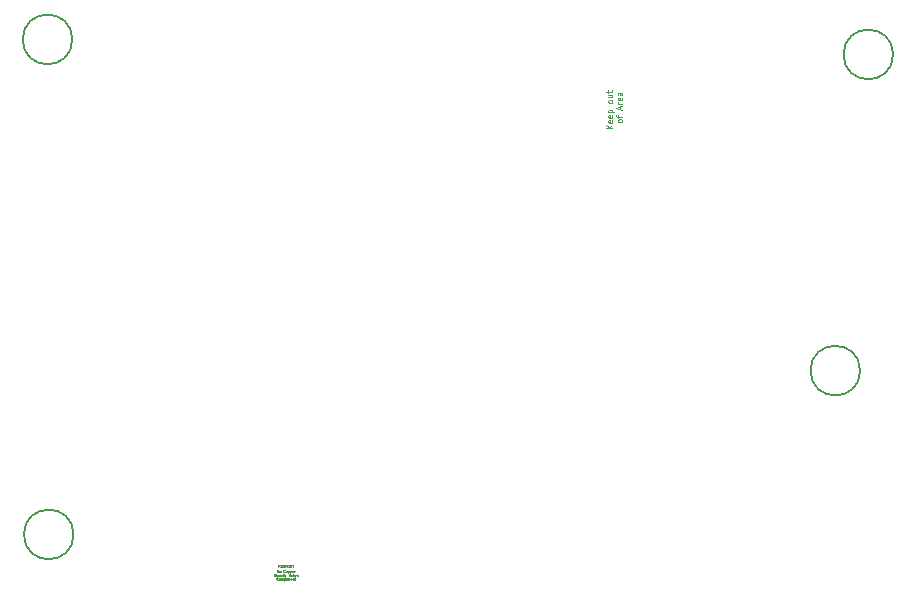
<source format=gbr>
%TF.GenerationSoftware,KiCad,Pcbnew,8.0.5*%
%TF.CreationDate,2024-11-03T18:03:46-05:00*%
%TF.ProjectId,emerald_pcb,656d6572-616c-4645-9f70-63622e6b6963,rev?*%
%TF.SameCoordinates,Original*%
%TF.FileFunction,Other,Comment*%
%FSLAX46Y46*%
G04 Gerber Fmt 4.6, Leading zero omitted, Abs format (unit mm)*
G04 Created by KiCad (PCBNEW 8.0.5) date 2024-11-03 18:03:46*
%MOMM*%
%LPD*%
G01*
G04 APERTURE LIST*
%ADD10C,0.040000*%
%ADD11C,0.050000*%
%ADD12C,0.150000*%
G04 APERTURE END LIST*
D10*
X56940533Y-83831796D02*
X56931009Y-83841320D01*
X56931009Y-83841320D02*
X56902438Y-83850843D01*
X56902438Y-83850843D02*
X56883390Y-83850843D01*
X56883390Y-83850843D02*
X56854819Y-83841320D01*
X56854819Y-83841320D02*
X56835771Y-83822272D01*
X56835771Y-83822272D02*
X56826248Y-83803224D01*
X56826248Y-83803224D02*
X56816724Y-83765129D01*
X56816724Y-83765129D02*
X56816724Y-83736558D01*
X56816724Y-83736558D02*
X56826248Y-83698462D01*
X56826248Y-83698462D02*
X56835771Y-83679415D01*
X56835771Y-83679415D02*
X56854819Y-83660367D01*
X56854819Y-83660367D02*
X56883390Y-83650843D01*
X56883390Y-83650843D02*
X56902438Y-83650843D01*
X56902438Y-83650843D02*
X56931009Y-83660367D01*
X56931009Y-83660367D02*
X56940533Y-83669891D01*
X57054819Y-83850843D02*
X57035771Y-83841320D01*
X57035771Y-83841320D02*
X57026248Y-83831796D01*
X57026248Y-83831796D02*
X57016724Y-83812748D01*
X57016724Y-83812748D02*
X57016724Y-83755605D01*
X57016724Y-83755605D02*
X57026248Y-83736558D01*
X57026248Y-83736558D02*
X57035771Y-83727034D01*
X57035771Y-83727034D02*
X57054819Y-83717510D01*
X57054819Y-83717510D02*
X57083390Y-83717510D01*
X57083390Y-83717510D02*
X57102438Y-83727034D01*
X57102438Y-83727034D02*
X57111962Y-83736558D01*
X57111962Y-83736558D02*
X57121486Y-83755605D01*
X57121486Y-83755605D02*
X57121486Y-83812748D01*
X57121486Y-83812748D02*
X57111962Y-83831796D01*
X57111962Y-83831796D02*
X57102438Y-83841320D01*
X57102438Y-83841320D02*
X57083390Y-83850843D01*
X57083390Y-83850843D02*
X57054819Y-83850843D01*
X57207200Y-83850843D02*
X57207200Y-83717510D01*
X57207200Y-83736558D02*
X57216723Y-83727034D01*
X57216723Y-83727034D02*
X57235771Y-83717510D01*
X57235771Y-83717510D02*
X57264342Y-83717510D01*
X57264342Y-83717510D02*
X57283390Y-83727034D01*
X57283390Y-83727034D02*
X57292914Y-83746081D01*
X57292914Y-83746081D02*
X57292914Y-83850843D01*
X57292914Y-83746081D02*
X57302438Y-83727034D01*
X57302438Y-83727034D02*
X57321485Y-83717510D01*
X57321485Y-83717510D02*
X57350057Y-83717510D01*
X57350057Y-83717510D02*
X57369104Y-83727034D01*
X57369104Y-83727034D02*
X57378628Y-83746081D01*
X57378628Y-83746081D02*
X57378628Y-83850843D01*
X57473867Y-83717510D02*
X57473867Y-83917510D01*
X57473867Y-83727034D02*
X57492914Y-83717510D01*
X57492914Y-83717510D02*
X57531009Y-83717510D01*
X57531009Y-83717510D02*
X57550057Y-83727034D01*
X57550057Y-83727034D02*
X57559581Y-83736558D01*
X57559581Y-83736558D02*
X57569105Y-83755605D01*
X57569105Y-83755605D02*
X57569105Y-83812748D01*
X57569105Y-83812748D02*
X57559581Y-83831796D01*
X57559581Y-83831796D02*
X57550057Y-83841320D01*
X57550057Y-83841320D02*
X57531009Y-83850843D01*
X57531009Y-83850843D02*
X57492914Y-83850843D01*
X57492914Y-83850843D02*
X57473867Y-83841320D01*
X57683390Y-83850843D02*
X57664342Y-83841320D01*
X57664342Y-83841320D02*
X57654819Y-83831796D01*
X57654819Y-83831796D02*
X57645295Y-83812748D01*
X57645295Y-83812748D02*
X57645295Y-83755605D01*
X57645295Y-83755605D02*
X57654819Y-83736558D01*
X57654819Y-83736558D02*
X57664342Y-83727034D01*
X57664342Y-83727034D02*
X57683390Y-83717510D01*
X57683390Y-83717510D02*
X57711961Y-83717510D01*
X57711961Y-83717510D02*
X57731009Y-83727034D01*
X57731009Y-83727034D02*
X57740533Y-83736558D01*
X57740533Y-83736558D02*
X57750057Y-83755605D01*
X57750057Y-83755605D02*
X57750057Y-83812748D01*
X57750057Y-83812748D02*
X57740533Y-83831796D01*
X57740533Y-83831796D02*
X57731009Y-83841320D01*
X57731009Y-83841320D02*
X57711961Y-83850843D01*
X57711961Y-83850843D02*
X57683390Y-83850843D01*
X57835771Y-83717510D02*
X57835771Y-83850843D01*
X57835771Y-83736558D02*
X57845294Y-83727034D01*
X57845294Y-83727034D02*
X57864342Y-83717510D01*
X57864342Y-83717510D02*
X57892913Y-83717510D01*
X57892913Y-83717510D02*
X57911961Y-83727034D01*
X57911961Y-83727034D02*
X57921485Y-83746081D01*
X57921485Y-83746081D02*
X57921485Y-83850843D01*
X58092913Y-83841320D02*
X58073865Y-83850843D01*
X58073865Y-83850843D02*
X58035770Y-83850843D01*
X58035770Y-83850843D02*
X58016723Y-83841320D01*
X58016723Y-83841320D02*
X58007199Y-83822272D01*
X58007199Y-83822272D02*
X58007199Y-83746081D01*
X58007199Y-83746081D02*
X58016723Y-83727034D01*
X58016723Y-83727034D02*
X58035770Y-83717510D01*
X58035770Y-83717510D02*
X58073865Y-83717510D01*
X58073865Y-83717510D02*
X58092913Y-83727034D01*
X58092913Y-83727034D02*
X58102437Y-83746081D01*
X58102437Y-83746081D02*
X58102437Y-83765129D01*
X58102437Y-83765129D02*
X58007199Y-83784177D01*
X58188152Y-83717510D02*
X58188152Y-83850843D01*
X58188152Y-83736558D02*
X58197675Y-83727034D01*
X58197675Y-83727034D02*
X58216723Y-83717510D01*
X58216723Y-83717510D02*
X58245294Y-83717510D01*
X58245294Y-83717510D02*
X58264342Y-83727034D01*
X58264342Y-83727034D02*
X58273866Y-83746081D01*
X58273866Y-83746081D02*
X58273866Y-83850843D01*
X58340532Y-83717510D02*
X58416723Y-83717510D01*
X58369104Y-83650843D02*
X58369104Y-83822272D01*
X58369104Y-83822272D02*
X58378627Y-83841320D01*
X58378627Y-83841320D02*
X58397675Y-83850843D01*
X58397675Y-83850843D02*
X58416723Y-83850843D01*
X56864343Y-83200843D02*
X56864343Y-83000843D01*
X56864343Y-83000843D02*
X56978628Y-83200843D01*
X56978628Y-83200843D02*
X56978628Y-83000843D01*
X57102438Y-83200843D02*
X57083390Y-83191320D01*
X57083390Y-83191320D02*
X57073867Y-83181796D01*
X57073867Y-83181796D02*
X57064343Y-83162748D01*
X57064343Y-83162748D02*
X57064343Y-83105605D01*
X57064343Y-83105605D02*
X57073867Y-83086558D01*
X57073867Y-83086558D02*
X57083390Y-83077034D01*
X57083390Y-83077034D02*
X57102438Y-83067510D01*
X57102438Y-83067510D02*
X57131009Y-83067510D01*
X57131009Y-83067510D02*
X57150057Y-83077034D01*
X57150057Y-83077034D02*
X57159581Y-83086558D01*
X57159581Y-83086558D02*
X57169105Y-83105605D01*
X57169105Y-83105605D02*
X57169105Y-83162748D01*
X57169105Y-83162748D02*
X57159581Y-83181796D01*
X57159581Y-83181796D02*
X57150057Y-83191320D01*
X57150057Y-83191320D02*
X57131009Y-83200843D01*
X57131009Y-83200843D02*
X57102438Y-83200843D01*
X57521485Y-83181796D02*
X57511961Y-83191320D01*
X57511961Y-83191320D02*
X57483390Y-83200843D01*
X57483390Y-83200843D02*
X57464342Y-83200843D01*
X57464342Y-83200843D02*
X57435771Y-83191320D01*
X57435771Y-83191320D02*
X57416723Y-83172272D01*
X57416723Y-83172272D02*
X57407200Y-83153224D01*
X57407200Y-83153224D02*
X57397676Y-83115129D01*
X57397676Y-83115129D02*
X57397676Y-83086558D01*
X57397676Y-83086558D02*
X57407200Y-83048462D01*
X57407200Y-83048462D02*
X57416723Y-83029415D01*
X57416723Y-83029415D02*
X57435771Y-83010367D01*
X57435771Y-83010367D02*
X57464342Y-83000843D01*
X57464342Y-83000843D02*
X57483390Y-83000843D01*
X57483390Y-83000843D02*
X57511961Y-83010367D01*
X57511961Y-83010367D02*
X57521485Y-83019891D01*
X57635771Y-83200843D02*
X57616723Y-83191320D01*
X57616723Y-83191320D02*
X57607200Y-83181796D01*
X57607200Y-83181796D02*
X57597676Y-83162748D01*
X57597676Y-83162748D02*
X57597676Y-83105605D01*
X57597676Y-83105605D02*
X57607200Y-83086558D01*
X57607200Y-83086558D02*
X57616723Y-83077034D01*
X57616723Y-83077034D02*
X57635771Y-83067510D01*
X57635771Y-83067510D02*
X57664342Y-83067510D01*
X57664342Y-83067510D02*
X57683390Y-83077034D01*
X57683390Y-83077034D02*
X57692914Y-83086558D01*
X57692914Y-83086558D02*
X57702438Y-83105605D01*
X57702438Y-83105605D02*
X57702438Y-83162748D01*
X57702438Y-83162748D02*
X57692914Y-83181796D01*
X57692914Y-83181796D02*
X57683390Y-83191320D01*
X57683390Y-83191320D02*
X57664342Y-83200843D01*
X57664342Y-83200843D02*
X57635771Y-83200843D01*
X57788152Y-83067510D02*
X57788152Y-83267510D01*
X57788152Y-83077034D02*
X57807199Y-83067510D01*
X57807199Y-83067510D02*
X57845294Y-83067510D01*
X57845294Y-83067510D02*
X57864342Y-83077034D01*
X57864342Y-83077034D02*
X57873866Y-83086558D01*
X57873866Y-83086558D02*
X57883390Y-83105605D01*
X57883390Y-83105605D02*
X57883390Y-83162748D01*
X57883390Y-83162748D02*
X57873866Y-83181796D01*
X57873866Y-83181796D02*
X57864342Y-83191320D01*
X57864342Y-83191320D02*
X57845294Y-83200843D01*
X57845294Y-83200843D02*
X57807199Y-83200843D01*
X57807199Y-83200843D02*
X57788152Y-83191320D01*
X57969104Y-83067510D02*
X57969104Y-83267510D01*
X57969104Y-83077034D02*
X57988151Y-83067510D01*
X57988151Y-83067510D02*
X58026246Y-83067510D01*
X58026246Y-83067510D02*
X58045294Y-83077034D01*
X58045294Y-83077034D02*
X58054818Y-83086558D01*
X58054818Y-83086558D02*
X58064342Y-83105605D01*
X58064342Y-83105605D02*
X58064342Y-83162748D01*
X58064342Y-83162748D02*
X58054818Y-83181796D01*
X58054818Y-83181796D02*
X58045294Y-83191320D01*
X58045294Y-83191320D02*
X58026246Y-83200843D01*
X58026246Y-83200843D02*
X57988151Y-83200843D01*
X57988151Y-83200843D02*
X57969104Y-83191320D01*
X58226246Y-83191320D02*
X58207198Y-83200843D01*
X58207198Y-83200843D02*
X58169103Y-83200843D01*
X58169103Y-83200843D02*
X58150056Y-83191320D01*
X58150056Y-83191320D02*
X58140532Y-83172272D01*
X58140532Y-83172272D02*
X58140532Y-83096081D01*
X58140532Y-83096081D02*
X58150056Y-83077034D01*
X58150056Y-83077034D02*
X58169103Y-83067510D01*
X58169103Y-83067510D02*
X58207198Y-83067510D01*
X58207198Y-83067510D02*
X58226246Y-83077034D01*
X58226246Y-83077034D02*
X58235770Y-83096081D01*
X58235770Y-83096081D02*
X58235770Y-83115129D01*
X58235770Y-83115129D02*
X58140532Y-83134177D01*
X58321485Y-83200843D02*
X58321485Y-83067510D01*
X58321485Y-83105605D02*
X58331008Y-83086558D01*
X58331008Y-83086558D02*
X58340532Y-83077034D01*
X58340532Y-83077034D02*
X58359580Y-83067510D01*
X58359580Y-83067510D02*
X58378627Y-83067510D01*
X56988153Y-82800843D02*
X56988153Y-82600843D01*
X57102438Y-82800843D02*
X57016724Y-82686558D01*
X57102438Y-82600843D02*
X56988153Y-82715129D01*
X57188153Y-82696081D02*
X57254819Y-82696081D01*
X57283391Y-82800843D02*
X57188153Y-82800843D01*
X57188153Y-82800843D02*
X57188153Y-82600843D01*
X57188153Y-82600843D02*
X57283391Y-82600843D01*
X57369105Y-82696081D02*
X57435771Y-82696081D01*
X57464343Y-82800843D02*
X57369105Y-82800843D01*
X57369105Y-82800843D02*
X57369105Y-82600843D01*
X57369105Y-82600843D02*
X57464343Y-82600843D01*
X57550057Y-82800843D02*
X57550057Y-82600843D01*
X57550057Y-82600843D02*
X57626247Y-82600843D01*
X57626247Y-82600843D02*
X57645295Y-82610367D01*
X57645295Y-82610367D02*
X57654818Y-82619891D01*
X57654818Y-82619891D02*
X57664342Y-82638939D01*
X57664342Y-82638939D02*
X57664342Y-82667510D01*
X57664342Y-82667510D02*
X57654818Y-82686558D01*
X57654818Y-82686558D02*
X57645295Y-82696081D01*
X57645295Y-82696081D02*
X57626247Y-82705605D01*
X57626247Y-82705605D02*
X57550057Y-82705605D01*
X57788152Y-82600843D02*
X57826247Y-82600843D01*
X57826247Y-82600843D02*
X57845295Y-82610367D01*
X57845295Y-82610367D02*
X57864342Y-82629415D01*
X57864342Y-82629415D02*
X57873866Y-82667510D01*
X57873866Y-82667510D02*
X57873866Y-82734177D01*
X57873866Y-82734177D02*
X57864342Y-82772272D01*
X57864342Y-82772272D02*
X57845295Y-82791320D01*
X57845295Y-82791320D02*
X57826247Y-82800843D01*
X57826247Y-82800843D02*
X57788152Y-82800843D01*
X57788152Y-82800843D02*
X57769104Y-82791320D01*
X57769104Y-82791320D02*
X57750057Y-82772272D01*
X57750057Y-82772272D02*
X57740533Y-82734177D01*
X57740533Y-82734177D02*
X57740533Y-82667510D01*
X57740533Y-82667510D02*
X57750057Y-82629415D01*
X57750057Y-82629415D02*
X57769104Y-82610367D01*
X57769104Y-82610367D02*
X57788152Y-82600843D01*
X57959581Y-82600843D02*
X57959581Y-82762748D01*
X57959581Y-82762748D02*
X57969104Y-82781796D01*
X57969104Y-82781796D02*
X57978628Y-82791320D01*
X57978628Y-82791320D02*
X57997676Y-82800843D01*
X57997676Y-82800843D02*
X58035771Y-82800843D01*
X58035771Y-82800843D02*
X58054819Y-82791320D01*
X58054819Y-82791320D02*
X58064342Y-82781796D01*
X58064342Y-82781796D02*
X58073866Y-82762748D01*
X58073866Y-82762748D02*
X58073866Y-82600843D01*
X58140533Y-82600843D02*
X58254819Y-82600843D01*
X58197676Y-82800843D02*
X58197676Y-82600843D01*
X56578628Y-83550843D02*
X56578628Y-83350843D01*
X56578628Y-83350843D02*
X56626247Y-83350843D01*
X56626247Y-83350843D02*
X56654818Y-83360367D01*
X56654818Y-83360367D02*
X56673866Y-83379415D01*
X56673866Y-83379415D02*
X56683389Y-83398462D01*
X56683389Y-83398462D02*
X56692913Y-83436558D01*
X56692913Y-83436558D02*
X56692913Y-83465129D01*
X56692913Y-83465129D02*
X56683389Y-83503224D01*
X56683389Y-83503224D02*
X56673866Y-83522272D01*
X56673866Y-83522272D02*
X56654818Y-83541320D01*
X56654818Y-83541320D02*
X56626247Y-83550843D01*
X56626247Y-83550843D02*
X56578628Y-83550843D01*
X56778628Y-83550843D02*
X56778628Y-83417510D01*
X56778628Y-83350843D02*
X56769104Y-83360367D01*
X56769104Y-83360367D02*
X56778628Y-83369891D01*
X56778628Y-83369891D02*
X56788151Y-83360367D01*
X56788151Y-83360367D02*
X56778628Y-83350843D01*
X56778628Y-83350843D02*
X56778628Y-83369891D01*
X56873866Y-83550843D02*
X56873866Y-83417510D01*
X56873866Y-83455605D02*
X56883389Y-83436558D01*
X56883389Y-83436558D02*
X56892913Y-83427034D01*
X56892913Y-83427034D02*
X56911961Y-83417510D01*
X56911961Y-83417510D02*
X56931008Y-83417510D01*
X57073866Y-83541320D02*
X57054818Y-83550843D01*
X57054818Y-83550843D02*
X57016723Y-83550843D01*
X57016723Y-83550843D02*
X56997676Y-83541320D01*
X56997676Y-83541320D02*
X56988152Y-83522272D01*
X56988152Y-83522272D02*
X56988152Y-83446081D01*
X56988152Y-83446081D02*
X56997676Y-83427034D01*
X56997676Y-83427034D02*
X57016723Y-83417510D01*
X57016723Y-83417510D02*
X57054818Y-83417510D01*
X57054818Y-83417510D02*
X57073866Y-83427034D01*
X57073866Y-83427034D02*
X57083390Y-83446081D01*
X57083390Y-83446081D02*
X57083390Y-83465129D01*
X57083390Y-83465129D02*
X56988152Y-83484177D01*
X57254819Y-83541320D02*
X57235771Y-83550843D01*
X57235771Y-83550843D02*
X57197676Y-83550843D01*
X57197676Y-83550843D02*
X57178628Y-83541320D01*
X57178628Y-83541320D02*
X57169105Y-83531796D01*
X57169105Y-83531796D02*
X57159581Y-83512748D01*
X57159581Y-83512748D02*
X57159581Y-83455605D01*
X57159581Y-83455605D02*
X57169105Y-83436558D01*
X57169105Y-83436558D02*
X57178628Y-83427034D01*
X57178628Y-83427034D02*
X57197676Y-83417510D01*
X57197676Y-83417510D02*
X57235771Y-83417510D01*
X57235771Y-83417510D02*
X57254819Y-83427034D01*
X57311962Y-83417510D02*
X57388153Y-83417510D01*
X57340534Y-83350843D02*
X57340534Y-83522272D01*
X57340534Y-83522272D02*
X57350057Y-83541320D01*
X57350057Y-83541320D02*
X57369105Y-83550843D01*
X57369105Y-83550843D02*
X57388153Y-83550843D01*
X57483391Y-83550843D02*
X57464343Y-83541320D01*
X57464343Y-83541320D02*
X57454820Y-83522272D01*
X57454820Y-83522272D02*
X57454820Y-83350843D01*
X57540534Y-83417510D02*
X57588153Y-83550843D01*
X57635772Y-83417510D02*
X57588153Y-83550843D01*
X57588153Y-83550843D02*
X57569105Y-83598462D01*
X57569105Y-83598462D02*
X57559582Y-83607986D01*
X57559582Y-83607986D02*
X57540534Y-83617510D01*
X57931010Y-83446081D02*
X57959582Y-83455605D01*
X57959582Y-83455605D02*
X57969105Y-83465129D01*
X57969105Y-83465129D02*
X57978629Y-83484177D01*
X57978629Y-83484177D02*
X57978629Y-83512748D01*
X57978629Y-83512748D02*
X57969105Y-83531796D01*
X57969105Y-83531796D02*
X57959582Y-83541320D01*
X57959582Y-83541320D02*
X57940534Y-83550843D01*
X57940534Y-83550843D02*
X57864344Y-83550843D01*
X57864344Y-83550843D02*
X57864344Y-83350843D01*
X57864344Y-83350843D02*
X57931010Y-83350843D01*
X57931010Y-83350843D02*
X57950058Y-83360367D01*
X57950058Y-83360367D02*
X57959582Y-83369891D01*
X57959582Y-83369891D02*
X57969105Y-83388939D01*
X57969105Y-83388939D02*
X57969105Y-83407986D01*
X57969105Y-83407986D02*
X57959582Y-83427034D01*
X57959582Y-83427034D02*
X57950058Y-83436558D01*
X57950058Y-83436558D02*
X57931010Y-83446081D01*
X57931010Y-83446081D02*
X57864344Y-83446081D01*
X58140534Y-83541320D02*
X58121486Y-83550843D01*
X58121486Y-83550843D02*
X58083391Y-83550843D01*
X58083391Y-83550843D02*
X58064344Y-83541320D01*
X58064344Y-83541320D02*
X58054820Y-83522272D01*
X58054820Y-83522272D02*
X58054820Y-83446081D01*
X58054820Y-83446081D02*
X58064344Y-83427034D01*
X58064344Y-83427034D02*
X58083391Y-83417510D01*
X58083391Y-83417510D02*
X58121486Y-83417510D01*
X58121486Y-83417510D02*
X58140534Y-83427034D01*
X58140534Y-83427034D02*
X58150058Y-83446081D01*
X58150058Y-83446081D02*
X58150058Y-83465129D01*
X58150058Y-83465129D02*
X58054820Y-83484177D01*
X58264344Y-83550843D02*
X58245296Y-83541320D01*
X58245296Y-83541320D02*
X58235773Y-83522272D01*
X58235773Y-83522272D02*
X58235773Y-83350843D01*
X58369106Y-83550843D02*
X58350058Y-83541320D01*
X58350058Y-83541320D02*
X58340535Y-83531796D01*
X58340535Y-83531796D02*
X58331011Y-83512748D01*
X58331011Y-83512748D02*
X58331011Y-83455605D01*
X58331011Y-83455605D02*
X58340535Y-83436558D01*
X58340535Y-83436558D02*
X58350058Y-83427034D01*
X58350058Y-83427034D02*
X58369106Y-83417510D01*
X58369106Y-83417510D02*
X58397677Y-83417510D01*
X58397677Y-83417510D02*
X58416725Y-83427034D01*
X58416725Y-83427034D02*
X58426249Y-83436558D01*
X58426249Y-83436558D02*
X58435773Y-83455605D01*
X58435773Y-83455605D02*
X58435773Y-83512748D01*
X58435773Y-83512748D02*
X58426249Y-83531796D01*
X58426249Y-83531796D02*
X58416725Y-83541320D01*
X58416725Y-83541320D02*
X58397677Y-83550843D01*
X58397677Y-83550843D02*
X58369106Y-83550843D01*
X58502439Y-83417510D02*
X58540534Y-83550843D01*
X58540534Y-83550843D02*
X58578629Y-83455605D01*
X58578629Y-83455605D02*
X58616725Y-83550843D01*
X58616725Y-83550843D02*
X58654820Y-83417510D01*
D11*
X86086309Y-45027370D02*
X86062500Y-45074989D01*
X86062500Y-45074989D02*
X86038690Y-45098799D01*
X86038690Y-45098799D02*
X85991071Y-45122608D01*
X85991071Y-45122608D02*
X85848214Y-45122608D01*
X85848214Y-45122608D02*
X85800595Y-45098799D01*
X85800595Y-45098799D02*
X85776785Y-45074989D01*
X85776785Y-45074989D02*
X85752976Y-45027370D01*
X85752976Y-45027370D02*
X85752976Y-44955942D01*
X85752976Y-44955942D02*
X85776785Y-44908323D01*
X85776785Y-44908323D02*
X85800595Y-44884513D01*
X85800595Y-44884513D02*
X85848214Y-44860704D01*
X85848214Y-44860704D02*
X85991071Y-44860704D01*
X85991071Y-44860704D02*
X86038690Y-44884513D01*
X86038690Y-44884513D02*
X86062500Y-44908323D01*
X86062500Y-44908323D02*
X86086309Y-44955942D01*
X86086309Y-44955942D02*
X86086309Y-45027370D01*
X85752976Y-44717846D02*
X85752976Y-44527370D01*
X86086309Y-44646418D02*
X85657738Y-44646418D01*
X85657738Y-44646418D02*
X85610119Y-44622608D01*
X85610119Y-44622608D02*
X85586309Y-44574989D01*
X85586309Y-44574989D02*
X85586309Y-44527370D01*
X85943452Y-44003561D02*
X85943452Y-43765466D01*
X86086309Y-44051180D02*
X85586309Y-43884514D01*
X85586309Y-43884514D02*
X86086309Y-43717847D01*
X86086309Y-43551181D02*
X85752976Y-43551181D01*
X85848214Y-43551181D02*
X85800595Y-43527371D01*
X85800595Y-43527371D02*
X85776785Y-43503562D01*
X85776785Y-43503562D02*
X85752976Y-43455943D01*
X85752976Y-43455943D02*
X85752976Y-43408324D01*
X86062500Y-43051181D02*
X86086309Y-43098800D01*
X86086309Y-43098800D02*
X86086309Y-43194038D01*
X86086309Y-43194038D02*
X86062500Y-43241657D01*
X86062500Y-43241657D02*
X86014880Y-43265466D01*
X86014880Y-43265466D02*
X85824404Y-43265466D01*
X85824404Y-43265466D02*
X85776785Y-43241657D01*
X85776785Y-43241657D02*
X85752976Y-43194038D01*
X85752976Y-43194038D02*
X85752976Y-43098800D01*
X85752976Y-43098800D02*
X85776785Y-43051181D01*
X85776785Y-43051181D02*
X85824404Y-43027371D01*
X85824404Y-43027371D02*
X85872023Y-43027371D01*
X85872023Y-43027371D02*
X85919642Y-43265466D01*
X86086309Y-42598800D02*
X85824404Y-42598800D01*
X85824404Y-42598800D02*
X85776785Y-42622610D01*
X85776785Y-42622610D02*
X85752976Y-42670229D01*
X85752976Y-42670229D02*
X85752976Y-42765467D01*
X85752976Y-42765467D02*
X85776785Y-42813086D01*
X86062500Y-42598800D02*
X86086309Y-42646419D01*
X86086309Y-42646419D02*
X86086309Y-42765467D01*
X86086309Y-42765467D02*
X86062500Y-42813086D01*
X86062500Y-42813086D02*
X86014880Y-42836895D01*
X86014880Y-42836895D02*
X85967261Y-42836895D01*
X85967261Y-42836895D02*
X85919642Y-42813086D01*
X85919642Y-42813086D02*
X85895833Y-42765467D01*
X85895833Y-42765467D02*
X85895833Y-42646419D01*
X85895833Y-42646419D02*
X85872023Y-42598800D01*
X85266309Y-45630703D02*
X84766309Y-45630703D01*
X85266309Y-45344989D02*
X84980595Y-45559274D01*
X84766309Y-45344989D02*
X85052023Y-45630703D01*
X85242500Y-44940227D02*
X85266309Y-44987846D01*
X85266309Y-44987846D02*
X85266309Y-45083084D01*
X85266309Y-45083084D02*
X85242500Y-45130703D01*
X85242500Y-45130703D02*
X85194880Y-45154512D01*
X85194880Y-45154512D02*
X85004404Y-45154512D01*
X85004404Y-45154512D02*
X84956785Y-45130703D01*
X84956785Y-45130703D02*
X84932976Y-45083084D01*
X84932976Y-45083084D02*
X84932976Y-44987846D01*
X84932976Y-44987846D02*
X84956785Y-44940227D01*
X84956785Y-44940227D02*
X85004404Y-44916417D01*
X85004404Y-44916417D02*
X85052023Y-44916417D01*
X85052023Y-44916417D02*
X85099642Y-45154512D01*
X85242500Y-44511656D02*
X85266309Y-44559275D01*
X85266309Y-44559275D02*
X85266309Y-44654513D01*
X85266309Y-44654513D02*
X85242500Y-44702132D01*
X85242500Y-44702132D02*
X85194880Y-44725941D01*
X85194880Y-44725941D02*
X85004404Y-44725941D01*
X85004404Y-44725941D02*
X84956785Y-44702132D01*
X84956785Y-44702132D02*
X84932976Y-44654513D01*
X84932976Y-44654513D02*
X84932976Y-44559275D01*
X84932976Y-44559275D02*
X84956785Y-44511656D01*
X84956785Y-44511656D02*
X85004404Y-44487846D01*
X85004404Y-44487846D02*
X85052023Y-44487846D01*
X85052023Y-44487846D02*
X85099642Y-44725941D01*
X84932976Y-44273561D02*
X85432976Y-44273561D01*
X84956785Y-44273561D02*
X84932976Y-44225942D01*
X84932976Y-44225942D02*
X84932976Y-44130704D01*
X84932976Y-44130704D02*
X84956785Y-44083085D01*
X84956785Y-44083085D02*
X84980595Y-44059275D01*
X84980595Y-44059275D02*
X85028214Y-44035466D01*
X85028214Y-44035466D02*
X85171071Y-44035466D01*
X85171071Y-44035466D02*
X85218690Y-44059275D01*
X85218690Y-44059275D02*
X85242500Y-44083085D01*
X85242500Y-44083085D02*
X85266309Y-44130704D01*
X85266309Y-44130704D02*
X85266309Y-44225942D01*
X85266309Y-44225942D02*
X85242500Y-44273561D01*
X85266309Y-43368799D02*
X85242500Y-43416418D01*
X85242500Y-43416418D02*
X85218690Y-43440228D01*
X85218690Y-43440228D02*
X85171071Y-43464037D01*
X85171071Y-43464037D02*
X85028214Y-43464037D01*
X85028214Y-43464037D02*
X84980595Y-43440228D01*
X84980595Y-43440228D02*
X84956785Y-43416418D01*
X84956785Y-43416418D02*
X84932976Y-43368799D01*
X84932976Y-43368799D02*
X84932976Y-43297371D01*
X84932976Y-43297371D02*
X84956785Y-43249752D01*
X84956785Y-43249752D02*
X84980595Y-43225942D01*
X84980595Y-43225942D02*
X85028214Y-43202133D01*
X85028214Y-43202133D02*
X85171071Y-43202133D01*
X85171071Y-43202133D02*
X85218690Y-43225942D01*
X85218690Y-43225942D02*
X85242500Y-43249752D01*
X85242500Y-43249752D02*
X85266309Y-43297371D01*
X85266309Y-43297371D02*
X85266309Y-43368799D01*
X84932976Y-42773561D02*
X85266309Y-42773561D01*
X84932976Y-42987847D02*
X85194880Y-42987847D01*
X85194880Y-42987847D02*
X85242500Y-42964037D01*
X85242500Y-42964037D02*
X85266309Y-42916418D01*
X85266309Y-42916418D02*
X85266309Y-42844990D01*
X85266309Y-42844990D02*
X85242500Y-42797371D01*
X85242500Y-42797371D02*
X85218690Y-42773561D01*
X84932976Y-42606894D02*
X84932976Y-42416418D01*
X84766309Y-42535466D02*
X85194880Y-42535466D01*
X85194880Y-42535466D02*
X85242500Y-42511656D01*
X85242500Y-42511656D02*
X85266309Y-42464037D01*
X85266309Y-42464037D02*
X85266309Y-42416418D01*
D12*
%TO.C,REF\u002A\u002A*%
X106240000Y-66141600D02*
G75*
G02*
X102040000Y-66141600I-2100000J0D01*
G01*
X102040000Y-66141600D02*
G75*
G02*
X106240000Y-66141600I2100000J0D01*
G01*
X109034000Y-39370000D02*
G75*
G02*
X104834000Y-39370000I-2100000J0D01*
G01*
X104834000Y-39370000D02*
G75*
G02*
X109034000Y-39370000I2100000J0D01*
G01*
X39641200Y-80010000D02*
G75*
G02*
X35441200Y-80010000I-2100000J0D01*
G01*
X35441200Y-80010000D02*
G75*
G02*
X39641200Y-80010000I2100000J0D01*
G01*
X39539600Y-38100000D02*
G75*
G02*
X35339600Y-38100000I-2100000J0D01*
G01*
X35339600Y-38100000D02*
G75*
G02*
X39539600Y-38100000I2100000J0D01*
G01*
%TD*%
M02*

</source>
